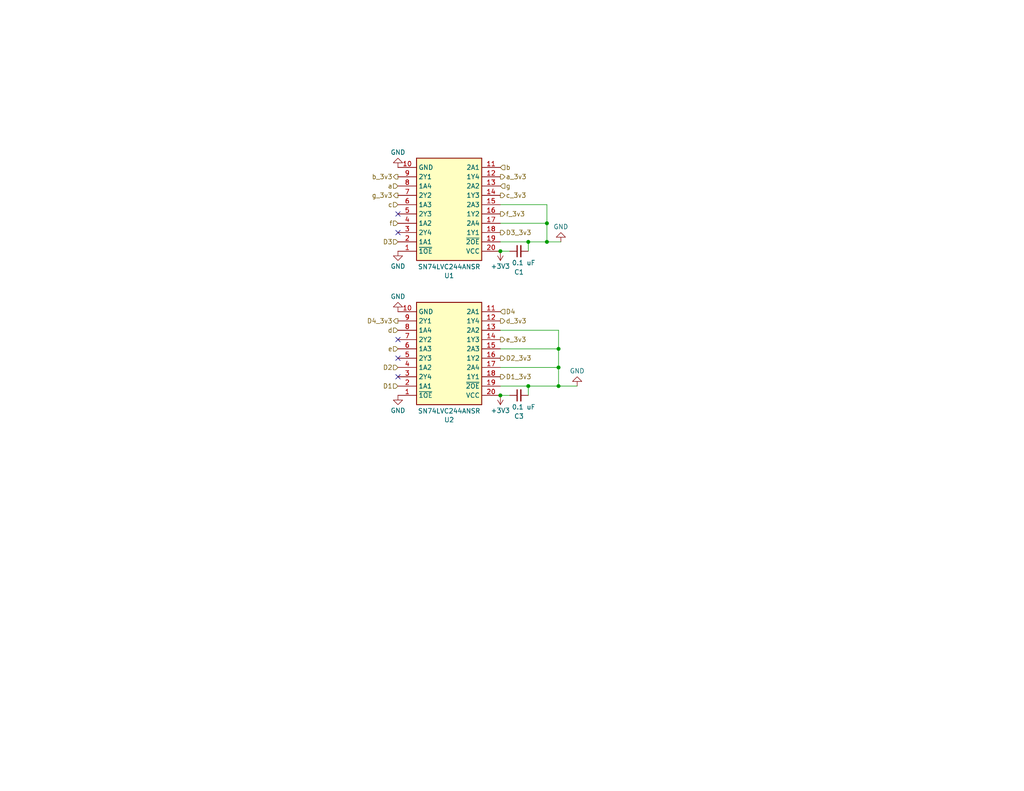
<source format=kicad_sch>
(kicad_sch (version 20230121) (generator eeschema)

  (uuid 9ecb774d-702c-473b-aa8f-100023f5d680)

  (paper "USLetter")

  (title_block
    (title "TriBander Latching Relay Board w/LCD")
    (date "2024-Jan")
    (rev "1.0")
    (company "AI6XG")
  )

  (lib_symbols
    (symbol "AI6XG_Library:SN74LVC244ANSR" (in_bom yes) (on_board yes)
      (property "Reference" "U" (at 24.13 7.62 0)
        (effects (font (size 1.27 1.27)) (justify left top))
      )
      (property "Value" "SN74LVC244ANSR" (at 24.13 5.08 0)
        (effects (font (size 1.27 1.27)) (justify left top))
      )
      (property "Footprint" "Package_SO:SO-20_5.3x12.6mm_P1.27mm" (at 24.13 -94.92 0)
        (effects (font (size 1.27 1.27)) (justify left top) hide)
      )
      (property "Datasheet" "http://www.ti.com/lit/ds/symlink/sn74lvc244a.pdf" (at 24.13 -194.92 0)
        (effects (font (size 1.27 1.27)) (justify left top) hide)
      )
      (property "Height" "1.2" (at 24.13 -394.92 0)
        (effects (font (size 1.27 1.27)) (justify left top) hide)
      )
      (property "Mouser Part Number" "595-SN74LVC244ANSR" (at 24.13 -494.92 0)
        (effects (font (size 1.27 1.27)) (justify left top) hide)
      )
      (property "Mouser Price/Stock" "https://www.mouser.co.uk/ProductDetail/Texas-Instruments/SN74LVC244ANSR?qs=dT9u2OTAaVUtCqciIy7W2A%3D%3D" (at 24.13 -594.92 0)
        (effects (font (size 1.27 1.27)) (justify left top) hide)
      )
      (property "Manufacturer_Name" "Texas Instruments" (at 24.13 -694.92 0)
        (effects (font (size 1.27 1.27)) (justify left top) hide)
      )
      (property "Manufacturer_Part_Number" "SN74LVC244ANSR" (at 24.13 -794.92 0)
        (effects (font (size 1.27 1.27)) (justify left top) hide)
      )
      (property "ki_description" "Buffers & Line Drivers Octal Buffer/Driver W/3-State Output" (at 0 0 0)
        (effects (font (size 1.27 1.27)) hide)
      )
      (symbol "SN74LVC244ANSR_1_1"
        (rectangle (start 5.08 2.54) (end 22.86 -25.4)
          (stroke (width 0.254) (type default))
          (fill (type background))
        )
        (pin input line (at 0 0 0) (length 5.08)
          (name "~{1OE}" (effects (font (size 1.27 1.27))))
          (number "1" (effects (font (size 1.27 1.27))))
        )
        (pin power_in line (at 0 -22.86 0) (length 5.08)
          (name "GND" (effects (font (size 1.27 1.27))))
          (number "10" (effects (font (size 1.27 1.27))))
        )
        (pin input line (at 27.94 -22.86 180) (length 5.08)
          (name "2A1" (effects (font (size 1.27 1.27))))
          (number "11" (effects (font (size 1.27 1.27))))
        )
        (pin output line (at 27.94 -20.32 180) (length 5.08)
          (name "1Y4" (effects (font (size 1.27 1.27))))
          (number "12" (effects (font (size 1.27 1.27))))
        )
        (pin input line (at 27.94 -17.78 180) (length 5.08)
          (name "2A2" (effects (font (size 1.27 1.27))))
          (number "13" (effects (font (size 1.27 1.27))))
        )
        (pin output line (at 27.94 -15.24 180) (length 5.08)
          (name "1Y3" (effects (font (size 1.27 1.27))))
          (number "14" (effects (font (size 1.27 1.27))))
        )
        (pin input line (at 27.94 -12.7 180) (length 5.08)
          (name "2A3" (effects (font (size 1.27 1.27))))
          (number "15" (effects (font (size 1.27 1.27))))
        )
        (pin output line (at 27.94 -10.16 180) (length 5.08)
          (name "1Y2" (effects (font (size 1.27 1.27))))
          (number "16" (effects (font (size 1.27 1.27))))
        )
        (pin input line (at 27.94 -7.62 180) (length 5.08)
          (name "2A4" (effects (font (size 1.27 1.27))))
          (number "17" (effects (font (size 1.27 1.27))))
        )
        (pin output line (at 27.94 -5.08 180) (length 5.08)
          (name "1Y1" (effects (font (size 1.27 1.27))))
          (number "18" (effects (font (size 1.27 1.27))))
        )
        (pin input line (at 27.94 -2.54 180) (length 5.08)
          (name "~{2OE}" (effects (font (size 1.27 1.27))))
          (number "19" (effects (font (size 1.27 1.27))))
        )
        (pin input line (at 0 -2.54 0) (length 5.08)
          (name "1A1" (effects (font (size 1.27 1.27))))
          (number "2" (effects (font (size 1.27 1.27))))
        )
        (pin power_in line (at 27.94 0 180) (length 5.08)
          (name "VCC" (effects (font (size 1.27 1.27))))
          (number "20" (effects (font (size 1.27 1.27))))
        )
        (pin output line (at 0 -5.08 0) (length 5.08)
          (name "2Y4" (effects (font (size 1.27 1.27))))
          (number "3" (effects (font (size 1.27 1.27))))
        )
        (pin input line (at 0 -7.62 0) (length 5.08)
          (name "1A2" (effects (font (size 1.27 1.27))))
          (number "4" (effects (font (size 1.27 1.27))))
        )
        (pin output line (at 0 -10.16 0) (length 5.08)
          (name "2Y3" (effects (font (size 1.27 1.27))))
          (number "5" (effects (font (size 1.27 1.27))))
        )
        (pin input line (at 0 -12.7 0) (length 5.08)
          (name "1A3" (effects (font (size 1.27 1.27))))
          (number "6" (effects (font (size 1.27 1.27))))
        )
        (pin output line (at 0 -15.24 0) (length 5.08)
          (name "2Y2" (effects (font (size 1.27 1.27))))
          (number "7" (effects (font (size 1.27 1.27))))
        )
        (pin input line (at 0 -17.78 0) (length 5.08)
          (name "1A4" (effects (font (size 1.27 1.27))))
          (number "8" (effects (font (size 1.27 1.27))))
        )
        (pin output line (at 0 -20.32 0) (length 5.08)
          (name "2Y1" (effects (font (size 1.27 1.27))))
          (number "9" (effects (font (size 1.27 1.27))))
        )
      )
    )
    (symbol "Device:C_Small" (pin_numbers hide) (pin_names (offset 0.254) hide) (in_bom yes) (on_board yes)
      (property "Reference" "C" (at 0.254 1.778 0)
        (effects (font (size 1.27 1.27)) (justify left))
      )
      (property "Value" "C_Small" (at 0.254 -2.032 0)
        (effects (font (size 1.27 1.27)) (justify left))
      )
      (property "Footprint" "" (at 0 0 0)
        (effects (font (size 1.27 1.27)) hide)
      )
      (property "Datasheet" "~" (at 0 0 0)
        (effects (font (size 1.27 1.27)) hide)
      )
      (property "ki_keywords" "capacitor cap" (at 0 0 0)
        (effects (font (size 1.27 1.27)) hide)
      )
      (property "ki_description" "Unpolarized capacitor, small symbol" (at 0 0 0)
        (effects (font (size 1.27 1.27)) hide)
      )
      (property "ki_fp_filters" "C_*" (at 0 0 0)
        (effects (font (size 1.27 1.27)) hide)
      )
      (symbol "C_Small_0_1"
        (polyline
          (pts
            (xy -1.524 -0.508)
            (xy 1.524 -0.508)
          )
          (stroke (width 0.3302) (type default))
          (fill (type none))
        )
        (polyline
          (pts
            (xy -1.524 0.508)
            (xy 1.524 0.508)
          )
          (stroke (width 0.3048) (type default))
          (fill (type none))
        )
      )
      (symbol "C_Small_1_1"
        (pin passive line (at 0 2.54 270) (length 2.032)
          (name "~" (effects (font (size 1.27 1.27))))
          (number "1" (effects (font (size 1.27 1.27))))
        )
        (pin passive line (at 0 -2.54 90) (length 2.032)
          (name "~" (effects (font (size 1.27 1.27))))
          (number "2" (effects (font (size 1.27 1.27))))
        )
      )
    )
    (symbol "power:+3V3" (power) (pin_numbers hide) (pin_names (offset 0) hide) (in_bom yes) (on_board yes)
      (property "Reference" "#PWR" (at 0 -3.81 0)
        (effects (font (size 1.27 1.27)) hide)
      )
      (property "Value" "+3V3" (at 0 3.556 0)
        (effects (font (size 1.27 1.27)))
      )
      (property "Footprint" "" (at 0 0 0)
        (effects (font (size 1.27 1.27)) hide)
      )
      (property "Datasheet" "" (at 0 0 0)
        (effects (font (size 1.27 1.27)) hide)
      )
      (property "ki_keywords" "global power" (at 0 0 0)
        (effects (font (size 1.27 1.27)) hide)
      )
      (property "ki_description" "Power symbol creates a global label with name \"+3V3\"" (at 0 0 0)
        (effects (font (size 1.27 1.27)) hide)
      )
      (symbol "+3V3_0_1"
        (polyline
          (pts
            (xy -0.762 1.27)
            (xy 0 2.54)
          )
          (stroke (width 0) (type default))
          (fill (type none))
        )
        (polyline
          (pts
            (xy 0 0)
            (xy 0 2.54)
          )
          (stroke (width 0) (type default))
          (fill (type none))
        )
        (polyline
          (pts
            (xy 0 2.54)
            (xy 0.762 1.27)
          )
          (stroke (width 0) (type default))
          (fill (type none))
        )
      )
      (symbol "+3V3_1_1"
        (pin power_in line (at 0 0 90) (length 0) hide
          (name "+3V3" (effects (font (size 1.27 1.27))))
          (number "1" (effects (font (size 1.27 1.27))))
        )
      )
    )
    (symbol "power:GND" (power) (pin_numbers hide) (pin_names (offset 0) hide) (in_bom yes) (on_board yes)
      (property "Reference" "#PWR" (at 0 -6.35 0)
        (effects (font (size 1.27 1.27)) hide)
      )
      (property "Value" "GND" (at 0 -3.81 0)
        (effects (font (size 1.27 1.27)))
      )
      (property "Footprint" "" (at 0 0 0)
        (effects (font (size 1.27 1.27)) hide)
      )
      (property "Datasheet" "" (at 0 0 0)
        (effects (font (size 1.27 1.27)) hide)
      )
      (property "ki_keywords" "global power" (at 0 0 0)
        (effects (font (size 1.27 1.27)) hide)
      )
      (property "ki_description" "Power symbol creates a global label with name \"GND\" , ground" (at 0 0 0)
        (effects (font (size 1.27 1.27)) hide)
      )
      (symbol "GND_0_1"
        (polyline
          (pts
            (xy 0 0)
            (xy 0 -1.27)
            (xy 1.27 -1.27)
            (xy 0 -2.54)
            (xy -1.27 -1.27)
            (xy 0 -1.27)
          )
          (stroke (width 0) (type default))
          (fill (type none))
        )
      )
      (symbol "GND_1_1"
        (pin power_in line (at 0 0 270) (length 0) hide
          (name "GND" (effects (font (size 1.27 1.27))))
          (number "1" (effects (font (size 1.27 1.27))))
        )
      )
    )
  )

  (junction (at 152.4 100.33) (diameter 0) (color 0 0 0 0)
    (uuid 05189812-5c48-458f-a864-652bc11d5de3)
  )
  (junction (at 144.145 66.04) (diameter 0) (color 0 0 0 0)
    (uuid 24a9c686-966a-4733-a31c-1553570d5e9b)
  )
  (junction (at 149.225 66.04) (diameter 0) (color 0 0 0 0)
    (uuid 36f15a8d-a08d-4753-a119-ee2efa5cd3d8)
  )
  (junction (at 136.525 68.58) (diameter 0) (color 0 0 0 0)
    (uuid adedbcdc-3510-4acb-b109-74640c0add97)
  )
  (junction (at 149.225 60.96) (diameter 0) (color 0 0 0 0)
    (uuid b38eab37-dd56-4387-a2e8-3f99f999db2e)
  )
  (junction (at 152.4 95.25) (diameter 0) (color 0 0 0 0)
    (uuid b5d7da1a-5f06-4124-9cb2-9cd50fdb9e5b)
  )
  (junction (at 136.525 107.95) (diameter 0) (color 0 0 0 0)
    (uuid bc25196d-82b2-41ba-98c6-dd376bc480c8)
  )
  (junction (at 144.145 105.41) (diameter 0) (color 0 0 0 0)
    (uuid d20718d5-9324-41b4-8e56-4e186c6c5e34)
  )
  (junction (at 152.4 105.41) (diameter 0) (color 0 0 0 0)
    (uuid d278b823-207b-43ce-80c2-9f2f9a57ecdf)
  )

  (no_connect (at 108.585 58.42) (uuid 19e3f362-3018-49d7-880e-7ca2557bc4c7))
  (no_connect (at 108.585 97.79) (uuid 2c15869d-eb2c-487b-9d55-0d04ca212e6d))
  (no_connect (at 108.585 63.5) (uuid 4791f6ad-2209-4e03-9bed-d157ac2167b3))
  (no_connect (at 108.585 102.87) (uuid cb028695-4dd7-45c0-a241-885a9813fa25))
  (no_connect (at 108.585 92.71) (uuid d3df8ac4-b40b-44ad-95ff-7cd44c6ef2d1))

  (wire (pts (xy 144.145 68.58) (xy 144.145 66.04))
    (stroke (width 0) (type default))
    (uuid 0181e1da-d200-4bc2-a380-160ed12f0271)
  )
  (wire (pts (xy 149.225 66.04) (xy 153.035 66.04))
    (stroke (width 0) (type default))
    (uuid 1aaff6b9-2f39-4cda-b706-2a300f7c0b04)
  )
  (wire (pts (xy 149.225 55.88) (xy 149.225 60.96))
    (stroke (width 0) (type default))
    (uuid 1fdb3d85-e24f-4d58-a57b-eb2e726b37e2)
  )
  (wire (pts (xy 136.525 107.95) (xy 139.065 107.95))
    (stroke (width 0) (type default))
    (uuid 31c16be0-73b9-42d5-b596-3950f8ba2af8)
  )
  (wire (pts (xy 144.145 66.04) (xy 149.225 66.04))
    (stroke (width 0) (type default))
    (uuid 3f74db0a-43e6-4b1f-a2b3-5141c6f48612)
  )
  (wire (pts (xy 152.4 105.41) (xy 157.48 105.41))
    (stroke (width 0) (type default))
    (uuid 4691e33d-99c0-47ac-83b3-b1a00d353d15)
  )
  (wire (pts (xy 136.525 100.33) (xy 152.4 100.33))
    (stroke (width 0) (type default))
    (uuid 4d088f1f-0d0e-45ba-8260-970ca31df003)
  )
  (wire (pts (xy 136.525 90.17) (xy 152.4 90.17))
    (stroke (width 0) (type default))
    (uuid 5458e88c-5681-44e5-bf61-6666bdea1f95)
  )
  (wire (pts (xy 144.145 107.95) (xy 144.145 105.41))
    (stroke (width 0) (type default))
    (uuid 56085339-6c3e-4a6b-b273-ac43304073aa)
  )
  (wire (pts (xy 144.145 105.41) (xy 152.4 105.41))
    (stroke (width 0) (type default))
    (uuid 6e1110ac-be6f-43ef-b992-7094be0b9af1)
  )
  (wire (pts (xy 136.525 68.58) (xy 139.065 68.58))
    (stroke (width 0) (type default))
    (uuid 7aadedc7-270c-4941-970d-ca714fee6904)
  )
  (wire (pts (xy 136.525 66.04) (xy 144.145 66.04))
    (stroke (width 0) (type default))
    (uuid 7adaf045-c62b-4000-aab7-ec61f0aaa226)
  )
  (wire (pts (xy 152.4 95.25) (xy 152.4 100.33))
    (stroke (width 0) (type default))
    (uuid 7b44392f-96cd-4dc0-98ac-b3005d082103)
  )
  (wire (pts (xy 152.4 105.41) (xy 152.4 100.33))
    (stroke (width 0) (type default))
    (uuid 7f3c2149-cf10-4dbc-8ff7-f0af83d93851)
  )
  (wire (pts (xy 152.4 90.17) (xy 152.4 95.25))
    (stroke (width 0) (type default))
    (uuid 8b303d14-743d-48b9-81be-26de3be3533f)
  )
  (wire (pts (xy 136.525 95.25) (xy 152.4 95.25))
    (stroke (width 0) (type default))
    (uuid 92db32d7-f7fc-4347-8e84-616e966e16cc)
  )
  (wire (pts (xy 149.225 66.04) (xy 149.225 60.96))
    (stroke (width 0) (type default))
    (uuid 9fbddb51-1f42-4a6d-8565-883ce6e7e09d)
  )
  (wire (pts (xy 136.525 105.41) (xy 144.145 105.41))
    (stroke (width 0) (type default))
    (uuid dc93b9d9-24d6-413e-8548-c235f1e53bd5)
  )
  (wire (pts (xy 136.525 55.88) (xy 149.225 55.88))
    (stroke (width 0) (type default))
    (uuid ec491771-2f43-4ec4-8487-5dc965d9b46e)
  )
  (wire (pts (xy 136.525 60.96) (xy 149.225 60.96))
    (stroke (width 0) (type default))
    (uuid f2f4b41e-eca0-4b16-b412-3a9cd496d035)
  )

  (hierarchical_label "a" (shape input) (at 108.585 50.8 180) (fields_autoplaced)
    (effects (font (size 1.27 1.27)) (justify right))
    (uuid 09239b1c-c647-4ad6-8408-49148dbafdef)
  )
  (hierarchical_label "g" (shape input) (at 136.525 50.8 0) (fields_autoplaced)
    (effects (font (size 1.27 1.27)) (justify left))
    (uuid 14c837fe-7d70-4a11-9a5a-c12032454434)
  )
  (hierarchical_label "c_3v3" (shape output) (at 136.525 53.34 0) (fields_autoplaced)
    (effects (font (size 1.27 1.27)) (justify left))
    (uuid 19a7ca89-7e5e-437c-aaa8-0f602c8a3628)
  )
  (hierarchical_label "D2_3v3" (shape output) (at 136.525 97.79 0) (fields_autoplaced)
    (effects (font (size 1.27 1.27)) (justify left))
    (uuid 206845dd-1742-4020-b544-cd1d674c8673)
  )
  (hierarchical_label "D4_3v3" (shape output) (at 108.585 87.63 180) (fields_autoplaced)
    (effects (font (size 1.27 1.27)) (justify right))
    (uuid 2425299b-8a8d-4f9b-966e-ca4c3f11c05d)
  )
  (hierarchical_label "b_3v3" (shape output) (at 108.585 48.26 180) (fields_autoplaced)
    (effects (font (size 1.27 1.27)) (justify right))
    (uuid 2dcee957-0a86-4fdc-83d3-0fdf27a28163)
  )
  (hierarchical_label "a_3v3" (shape output) (at 136.525 48.26 0) (fields_autoplaced)
    (effects (font (size 1.27 1.27)) (justify left))
    (uuid 36e95b7d-e7ab-4d3e-9fd7-2bfe60731915)
  )
  (hierarchical_label "f" (shape input) (at 108.585 60.96 180) (fields_autoplaced)
    (effects (font (size 1.27 1.27)) (justify right))
    (uuid 3887d7a4-1d3c-4489-bf2f-569e875cc1d3)
  )
  (hierarchical_label "e" (shape input) (at 108.585 95.25 180) (fields_autoplaced)
    (effects (font (size 1.27 1.27)) (justify right))
    (uuid 422bbee3-2dbc-4138-aa47-180ed8122db3)
  )
  (hierarchical_label "D1_3v3" (shape output) (at 136.525 102.87 0) (fields_autoplaced)
    (effects (font (size 1.27 1.27)) (justify left))
    (uuid 46abee55-fab8-4442-8946-355dff492a21)
  )
  (hierarchical_label "b" (shape input) (at 136.525 45.72 0) (fields_autoplaced)
    (effects (font (size 1.27 1.27)) (justify left))
    (uuid 53054d2d-1a4f-4506-aeda-1e0e9490935a)
  )
  (hierarchical_label "d_3v3" (shape output) (at 136.525 87.63 0) (fields_autoplaced)
    (effects (font (size 1.27 1.27)) (justify left))
    (uuid 5aa98ebb-75af-4dd1-805c-fe1513382314)
  )
  (hierarchical_label "D3_3v3" (shape output) (at 136.525 63.5 0) (fields_autoplaced)
    (effects (font (size 1.27 1.27)) (justify left))
    (uuid 6c9eef53-7751-4aff-b102-60d33939ba9b)
  )
  (hierarchical_label "d" (shape input) (at 108.585 90.17 180) (fields_autoplaced)
    (effects (font (size 1.27 1.27)) (justify right))
    (uuid 703c848b-0416-4115-a692-32058612f741)
  )
  (hierarchical_label "D4" (shape input) (at 136.525 85.09 0) (fields_autoplaced)
    (effects (font (size 1.27 1.27)) (justify left))
    (uuid 81faac4a-0817-4f8d-ad0c-2a4a01b8107f)
  )
  (hierarchical_label "c" (shape input) (at 108.585 55.88 180) (fields_autoplaced)
    (effects (font (size 1.27 1.27)) (justify right))
    (uuid 85702224-3dc1-4ed4-98ae-1c2e00b571be)
  )
  (hierarchical_label "f_3v3" (shape output) (at 136.525 58.42 0) (fields_autoplaced)
    (effects (font (size 1.27 1.27)) (justify left))
    (uuid 872a841d-bd2d-4837-8d02-bbb7da0a3ce9)
  )
  (hierarchical_label "D2" (shape input) (at 108.585 100.33 180) (fields_autoplaced)
    (effects (font (size 1.27 1.27)) (justify right))
    (uuid 92054240-819d-45dc-925b-2993ed6d3ada)
  )
  (hierarchical_label "D3" (shape input) (at 108.585 66.04 180) (fields_autoplaced)
    (effects (font (size 1.27 1.27)) (justify right))
    (uuid 9f456748-3893-4233-99ee-6a2a971a9d3f)
  )
  (hierarchical_label "g_3v3" (shape output) (at 108.585 53.34 180) (fields_autoplaced)
    (effects (font (size 1.27 1.27)) (justify right))
    (uuid e837c7c7-8e4e-465b-833c-af9c9ff9c1eb)
  )
  (hierarchical_label "D1" (shape input) (at 108.585 105.41 180) (fields_autoplaced)
    (effects (font (size 1.27 1.27)) (justify right))
    (uuid f687997f-8c18-41c8-a1eb-57e33c4effd6)
  )
  (hierarchical_label "e_3v3" (shape output) (at 136.525 92.71 0) (fields_autoplaced)
    (effects (font (size 1.27 1.27)) (justify left))
    (uuid fe095b16-f3d6-41c5-bf15-6eda1fb4fbef)
  )

  (symbol (lib_id "power:GND") (at 108.585 45.72 0) (mirror x) (unit 1)
    (in_bom yes) (on_board yes) (dnp no) (fields_autoplaced)
    (uuid 04d38d70-8db7-472b-a2fa-ff1b4b0cd08f)
    (property "Reference" "#PWR010" (at 108.585 39.37 0)
      (effects (font (size 1.27 1.27)) hide)
    )
    (property "Value" "GND" (at 108.585 41.5869 0)
      (effects (font (size 1.27 1.27)))
    )
    (property "Footprint" "" (at 108.585 45.72 0)
      (effects (font (size 1.27 1.27)) hide)
    )
    (property "Datasheet" "" (at 108.585 45.72 0)
      (effects (font (size 1.27 1.27)) hide)
    )
    (pin "1" (uuid fafa1096-f29e-4f70-a4e4-ac745c8d1798))
    (instances
      (project "Relay_LCD k7"
        (path "/60506b3f-c0a5-4ea7-bfdc-5cd73cb14972/f14000cd-b8e1-4633-829b-792446bc4765"
          (reference "#PWR010") (unit 1)
        )
      )
    )
  )

  (symbol (lib_id "power:+3V3") (at 136.525 107.95 180) (unit 1)
    (in_bom yes) (on_board yes) (dnp no) (fields_autoplaced)
    (uuid 1193d17e-0b2c-4427-b7df-d6bc785e986b)
    (property "Reference" "#PWR016" (at 136.525 104.14 0)
      (effects (font (size 1.27 1.27)) hide)
    )
    (property "Value" "+3V3" (at 136.525 112.0831 0)
      (effects (font (size 1.27 1.27)))
    )
    (property "Footprint" "" (at 136.525 107.95 0)
      (effects (font (size 1.27 1.27)) hide)
    )
    (property "Datasheet" "" (at 136.525 107.95 0)
      (effects (font (size 1.27 1.27)) hide)
    )
    (pin "1" (uuid 3dcbbdb1-fe9f-429a-8f96-549fbf251951))
    (instances
      (project "Relay_LCD k7"
        (path "/60506b3f-c0a5-4ea7-bfdc-5cd73cb14972/f14000cd-b8e1-4633-829b-792446bc4765"
          (reference "#PWR016") (unit 1)
        )
      )
    )
  )

  (symbol (lib_id "power:+3V3") (at 136.525 68.58 180) (unit 1)
    (in_bom yes) (on_board yes) (dnp no) (fields_autoplaced)
    (uuid 3c42e351-4989-4bed-a9e7-b449b48d9eaf)
    (property "Reference" "#PWR017" (at 136.525 64.77 0)
      (effects (font (size 1.27 1.27)) hide)
    )
    (property "Value" "+3V3" (at 136.525 72.7131 0)
      (effects (font (size 1.27 1.27)))
    )
    (property "Footprint" "" (at 136.525 68.58 0)
      (effects (font (size 1.27 1.27)) hide)
    )
    (property "Datasheet" "" (at 136.525 68.58 0)
      (effects (font (size 1.27 1.27)) hide)
    )
    (pin "1" (uuid efe39f98-443c-4c1d-acdf-d039a74362e4))
    (instances
      (project "Relay_LCD k7"
        (path "/60506b3f-c0a5-4ea7-bfdc-5cd73cb14972/f14000cd-b8e1-4633-829b-792446bc4765"
          (reference "#PWR017") (unit 1)
        )
      )
    )
  )

  (symbol (lib_id "power:GND") (at 108.585 85.09 0) (mirror x) (unit 1)
    (in_bom yes) (on_board yes) (dnp no) (fields_autoplaced)
    (uuid 6b858d65-820a-43aa-9a72-a8b6a2583805)
    (property "Reference" "#PWR020" (at 108.585 78.74 0)
      (effects (font (size 1.27 1.27)) hide)
    )
    (property "Value" "GND" (at 108.585 80.9569 0)
      (effects (font (size 1.27 1.27)))
    )
    (property "Footprint" "" (at 108.585 85.09 0)
      (effects (font (size 1.27 1.27)) hide)
    )
    (property "Datasheet" "" (at 108.585 85.09 0)
      (effects (font (size 1.27 1.27)) hide)
    )
    (pin "1" (uuid 6d4204ab-b8b3-4b13-8ba7-3ce3f3b0a6cc))
    (instances
      (project "Relay_LCD k7"
        (path "/60506b3f-c0a5-4ea7-bfdc-5cd73cb14972/f14000cd-b8e1-4633-829b-792446bc4765"
          (reference "#PWR020") (unit 1)
        )
      )
    )
  )

  (symbol (lib_id "power:GND") (at 108.585 107.95 0) (mirror y) (unit 1)
    (in_bom yes) (on_board yes) (dnp no) (fields_autoplaced)
    (uuid 6f8881e9-3028-47cd-8aae-6a45948159ab)
    (property "Reference" "#PWR036" (at 108.585 114.3 0)
      (effects (font (size 1.27 1.27)) hide)
    )
    (property "Value" "GND" (at 108.585 112.0831 0)
      (effects (font (size 1.27 1.27)))
    )
    (property "Footprint" "" (at 108.585 107.95 0)
      (effects (font (size 1.27 1.27)) hide)
    )
    (property "Datasheet" "" (at 108.585 107.95 0)
      (effects (font (size 1.27 1.27)) hide)
    )
    (pin "1" (uuid 60fd8352-f162-4b69-9949-c4ee4ae51bd2))
    (instances
      (project "Relay_LCD k7"
        (path "/60506b3f-c0a5-4ea7-bfdc-5cd73cb14972/f14000cd-b8e1-4633-829b-792446bc4765"
          (reference "#PWR036") (unit 1)
        )
      )
    )
  )

  (symbol (lib_id "power:GND") (at 153.035 66.04 0) (mirror x) (unit 1)
    (in_bom yes) (on_board yes) (dnp no) (fields_autoplaced)
    (uuid 791d47d4-332b-4f03-9949-df6fec83f8fe)
    (property "Reference" "#PWR013" (at 153.035 59.69 0)
      (effects (font (size 1.27 1.27)) hide)
    )
    (property "Value" "GND" (at 153.035 61.9069 0)
      (effects (font (size 1.27 1.27)))
    )
    (property "Footprint" "" (at 153.035 66.04 0)
      (effects (font (size 1.27 1.27)) hide)
    )
    (property "Datasheet" "" (at 153.035 66.04 0)
      (effects (font (size 1.27 1.27)) hide)
    )
    (pin "1" (uuid 99bc742a-a024-46d1-9c0a-a080e1736a5e))
    (instances
      (project "Relay_LCD k7"
        (path "/60506b3f-c0a5-4ea7-bfdc-5cd73cb14972/f14000cd-b8e1-4633-829b-792446bc4765"
          (reference "#PWR013") (unit 1)
        )
      )
    )
  )

  (symbol (lib_id "power:GND") (at 157.48 105.41 0) (mirror x) (unit 1)
    (in_bom yes) (on_board yes) (dnp no) (fields_autoplaced)
    (uuid a1e7535f-47be-4966-9e59-4706e4ba65ff)
    (property "Reference" "#PWR037" (at 157.48 99.06 0)
      (effects (font (size 1.27 1.27)) hide)
    )
    (property "Value" "GND" (at 157.48 101.2769 0)
      (effects (font (size 1.27 1.27)))
    )
    (property "Footprint" "" (at 157.48 105.41 0)
      (effects (font (size 1.27 1.27)) hide)
    )
    (property "Datasheet" "" (at 157.48 105.41 0)
      (effects (font (size 1.27 1.27)) hide)
    )
    (pin "1" (uuid 262d5018-6d80-40a3-aa7d-bbd4c0665d2d))
    (instances
      (project "Relay_LCD k7"
        (path "/60506b3f-c0a5-4ea7-bfdc-5cd73cb14972/f14000cd-b8e1-4633-829b-792446bc4765"
          (reference "#PWR037") (unit 1)
        )
      )
    )
  )

  (symbol (lib_id "power:GND") (at 108.585 68.58 0) (mirror y) (unit 1)
    (in_bom yes) (on_board yes) (dnp no) (fields_autoplaced)
    (uuid a9236a7d-5473-4d2a-a723-311df84142d0)
    (property "Reference" "#PWR09" (at 108.585 74.93 0)
      (effects (font (size 1.27 1.27)) hide)
    )
    (property "Value" "GND" (at 108.585 72.7131 0)
      (effects (font (size 1.27 1.27)))
    )
    (property "Footprint" "" (at 108.585 68.58 0)
      (effects (font (size 1.27 1.27)) hide)
    )
    (property "Datasheet" "" (at 108.585 68.58 0)
      (effects (font (size 1.27 1.27)) hide)
    )
    (pin "1" (uuid e3d718a3-6c59-4424-945a-d55df47606ef))
    (instances
      (project "Relay_LCD k7"
        (path "/60506b3f-c0a5-4ea7-bfdc-5cd73cb14972/f14000cd-b8e1-4633-829b-792446bc4765"
          (reference "#PWR09") (unit 1)
        )
      )
    )
  )

  (symbol (lib_id "Device:C_Small") (at 141.605 68.58 90) (mirror x) (unit 1)
    (in_bom yes) (on_board yes) (dnp no)
    (uuid e2b87d9c-8258-4fc0-a6c3-44b54d8b7cec)
    (property "Reference" "C1" (at 141.6113 74.2864 90)
      (effects (font (size 1.27 1.27)))
    )
    (property "Value" "0.1 uF" (at 142.875 71.755 90)
      (effects (font (size 1.27 1.27)))
    )
    (property "Footprint" "Capacitor_SMD:C_1206_3216Metric_Pad1.33x1.80mm_HandSolder" (at 141.605 68.58 0)
      (effects (font (size 1.27 1.27)) hide)
    )
    (property "Datasheet" "~" (at 141.605 68.58 0)
      (effects (font (size 1.27 1.27)) hide)
    )
    (pin "2" (uuid e96c8392-149d-41cb-b260-402767a90032))
    (pin "1" (uuid cdeeca78-1586-4712-8d48-d907dede7fd9))
    (instances
      (project "Relay_LCD k7"
        (path "/60506b3f-c0a5-4ea7-bfdc-5cd73cb14972/f14000cd-b8e1-4633-829b-792446bc4765"
          (reference "C1") (unit 1)
        )
      )
    )
  )

  (symbol (lib_id "AI6XG_Library:SN74LVC244ANSR") (at 108.585 68.58 0) (mirror x) (unit 1)
    (in_bom yes) (on_board yes) (dnp no) (fields_autoplaced)
    (uuid e6aa6454-017f-4cf8-b9db-b731a610980a)
    (property "Reference" "U1" (at 122.555 75.2643 0)
      (effects (font (size 1.27 1.27)))
    )
    (property "Value" "SN74LVC244ANSR" (at 122.555 72.8401 0)
      (effects (font (size 1.27 1.27)))
    )
    (property "Footprint" "Package_SO:SO-20_5.3x12.6mm_P1.27mm" (at 132.715 -26.34 0)
      (effects (font (size 1.27 1.27)) (justify left top) hide)
    )
    (property "Datasheet" "http://www.ti.com/lit/ds/symlink/sn74lvc244a.pdf" (at 132.715 -126.34 0)
      (effects (font (size 1.27 1.27)) (justify left top) hide)
    )
    (property "Height" "1.2" (at 132.715 -326.34 0)
      (effects (font (size 1.27 1.27)) (justify left top) hide)
    )
    (property "Mouser Part Number" "595-SN74LVC244ANSR" (at 132.715 -426.34 0)
      (effects (font (size 1.27 1.27)) (justify left top) hide)
    )
    (property "Mouser Price/Stock" "https://www.mouser.co.uk/ProductDetail/Texas-Instruments/SN74LVC244ANSR?qs=dT9u2OTAaVUtCqciIy7W2A%3D%3D" (at 132.715 -526.34 0)
      (effects (font (size 1.27 1.27)) (justify left top) hide)
    )
    (property "Manufacturer_Name" "Texas Instruments" (at 132.715 -626.34 0)
      (effects (font (size 1.27 1.27)) (justify left top) hide)
    )
    (property "Manufacturer_Part_Number" "SN74LVC244ANSR" (at 132.715 -726.34 0)
      (effects (font (size 1.27 1.27)) (justify left top) hide)
    )
    (pin "12" (uuid 0e0f8710-99fd-4be5-8f47-f3456832eb16))
    (pin "14" (uuid ae1fc58e-8704-47ae-90ea-4e0445011b50))
    (pin "2" (uuid 70583792-552f-495a-bdf4-23fdde051423))
    (pin "18" (uuid de7f03c5-258b-4e3a-bfbe-e8855d9c7986))
    (pin "17" (uuid 4f553827-d3cf-4707-a312-098633f1ebe7))
    (pin "1" (uuid b9eb123f-fc87-41b2-9c36-58c792d649b6))
    (pin "9" (uuid c3b56e9e-8414-457c-aeb2-3549ea75c38c))
    (pin "3" (uuid cc22c2d0-4a19-4497-a47a-3359b1c74287))
    (pin "19" (uuid 60ab9627-3d60-4990-9260-a6c33ba837ad))
    (pin "16" (uuid ff508d36-a2d7-41e7-8361-fd1c39e5e67f))
    (pin "11" (uuid ee5a4a57-b4be-481a-a769-8158be12a5d7))
    (pin "15" (uuid 19a32d03-73c0-47c8-837a-ddc8355ef6a0))
    (pin "10" (uuid f695466f-0fbb-4fdf-b8cc-deea0f12f0df))
    (pin "20" (uuid b95cdb42-15c2-4dd2-a54a-c0ed2a7486a3))
    (pin "4" (uuid 53c84c77-77c5-4ea8-a153-8bc2665f753d))
    (pin "8" (uuid d862dda9-f5a5-409b-978c-dd7e0bedf24f))
    (pin "13" (uuid c6ac2904-af38-4769-a3bf-c6c6bbff13ea))
    (pin "7" (uuid 0bafe147-60c6-458a-a8dd-8d85c38b4f8b))
    (pin "6" (uuid 1c0ee899-fe95-45cf-9a79-66f465d8ded5))
    (pin "5" (uuid 6145f1b3-94c6-4357-901c-842b62d14e50))
    (instances
      (project "Relay_LCD k7"
        (path "/60506b3f-c0a5-4ea7-bfdc-5cd73cb14972/f14000cd-b8e1-4633-829b-792446bc4765"
          (reference "U1") (unit 1)
        )
      )
    )
  )

  (symbol (lib_id "Device:C_Small") (at 141.605 107.95 90) (mirror x) (unit 1)
    (in_bom yes) (on_board yes) (dnp no)
    (uuid f2923496-f680-405c-a75a-764f5e025d2e)
    (property "Reference" "C3" (at 141.6113 113.6564 90)
      (effects (font (size 1.27 1.27)))
    )
    (property "Value" "0.1 uF" (at 142.875 111.125 90)
      (effects (font (size 1.27 1.27)))
    )
    (property "Footprint" "Capacitor_SMD:C_1206_3216Metric_Pad1.33x1.80mm_HandSolder" (at 141.605 107.95 0)
      (effects (font (size 1.27 1.27)) hide)
    )
    (property "Datasheet" "~" (at 141.605 107.95 0)
      (effects (font (size 1.27 1.27)) hide)
    )
    (pin "2" (uuid e96c8392-149d-41cb-b260-402767a90033))
    (pin "1" (uuid cdeeca78-1586-4712-8d48-d907dede7fda))
    (instances
      (project "Relay_LCD k7"
        (path "/60506b3f-c0a5-4ea7-bfdc-5cd73cb14972/f14000cd-b8e1-4633-829b-792446bc4765"
          (reference "C3") (unit 1)
        )
      )
    )
  )

  (symbol (lib_id "AI6XG_Library:SN74LVC244ANSR") (at 108.585 107.95 0) (mirror x) (unit 1)
    (in_bom yes) (on_board yes) (dnp no) (fields_autoplaced)
    (uuid f8e69b49-a90a-4179-b8bc-987dd429e383)
    (property "Reference" "U2" (at 122.555 114.6343 0)
      (effects (font (size 1.27 1.27)))
    )
    (property "Value" "SN74LVC244ANSR" (at 122.555 112.2101 0)
      (effects (font (size 1.27 1.27)))
    )
    (property "Footprint" "Package_SO:SO-20_5.3x12.6mm_P1.27mm" (at 132.715 13.03 0)
      (effects (font (size 1.27 1.27)) (justify left top) hide)
    )
    (property "Datasheet" "http://www.ti.com/lit/ds/symlink/sn74lvc244a.pdf" (at 132.715 -86.97 0)
      (effects (font (size 1.27 1.27)) (justify left top) hide)
    )
    (property "Height" "1.2" (at 132.715 -286.97 0)
      (effects (font (size 1.27 1.27)) (justify left top) hide)
    )
    (property "Mouser Part Number" "595-SN74LVC244ANSR" (at 132.715 -386.97 0)
      (effects (font (size 1.27 1.27)) (justify left top) hide)
    )
    (property "Mouser Price/Stock" "https://www.mouser.co.uk/ProductDetail/Texas-Instruments/SN74LVC244ANSR?qs=dT9u2OTAaVUtCqciIy7W2A%3D%3D" (at 132.715 -486.97 0)
      (effects (font (size 1.27 1.27)) (justify left top) hide)
    )
    (property "Manufacturer_Name" "Texas Instruments" (at 132.715 -586.97 0)
      (effects (font (size 1.27 1.27)) (justify left top) hide)
    )
    (property "Manufacturer_Part_Number" "SN74LVC244ANSR" (at 132.715 -686.97 0)
      (effects (font (size 1.27 1.27)) (justify left top) hide)
    )
    (pin "12" (uuid 0e0f8710-99fd-4be5-8f47-f3456832eb17))
    (pin "14" (uuid ae1fc58e-8704-47ae-90ea-4e0445011b51))
    (pin "2" (uuid 70583792-552f-495a-bdf4-23fdde051424))
    (pin "18" (uuid de7f03c5-258b-4e3a-bfbe-e8855d9c7987))
    (pin "17" (uuid 4f553827-d3cf-4707-a312-098633f1ebe8))
    (pin "1" (uuid b9eb123f-fc87-41b2-9c36-58c792d649b7))
    (pin "9" (uuid c3b56e9e-8414-457c-aeb2-3549ea75c38d))
    (pin "3" (uuid cc22c2d0-4a19-4497-a47a-3359b1c74288))
    (pin "19" (uuid 60ab9627-3d60-4990-9260-a6c33ba837ae))
    (pin "16" (uuid ff508d36-a2d7-41e7-8361-fd1c39e5e680))
    (pin "11" (uuid ee5a4a57-b4be-481a-a769-8158be12a5d8))
    (pin "15" (uuid 19a32d03-73c0-47c8-837a-ddc8355ef6a1))
    (pin "10" (uuid f695466f-0fbb-4fdf-b8cc-deea0f12f0e0))
    (pin "20" (uuid b95cdb42-15c2-4dd2-a54a-c0ed2a7486a4))
    (pin "4" (uuid 53c84c77-77c5-4ea8-a153-8bc2665f753e))
    (pin "8" (uuid d862dda9-f5a5-409b-978c-dd7e0bedf250))
    (pin "13" (uuid c6ac2904-af38-4769-a3bf-c6c6bbff13eb))
    (pin "7" (uuid 0bafe147-60c6-458a-a8dd-8d85c38b4f8c))
    (pin "6" (uuid 1c0ee899-fe95-45cf-9a79-66f465d8ded6))
    (pin "5" (uuid 6145f1b3-94c6-4357-901c-842b62d14e51))
    (instances
      (project "Relay_LCD k7"
        (path "/60506b3f-c0a5-4ea7-bfdc-5cd73cb14972/f14000cd-b8e1-4633-829b-792446bc4765"
          (reference "U2") (unit 1)
        )
      )
    )
  )
)

</source>
